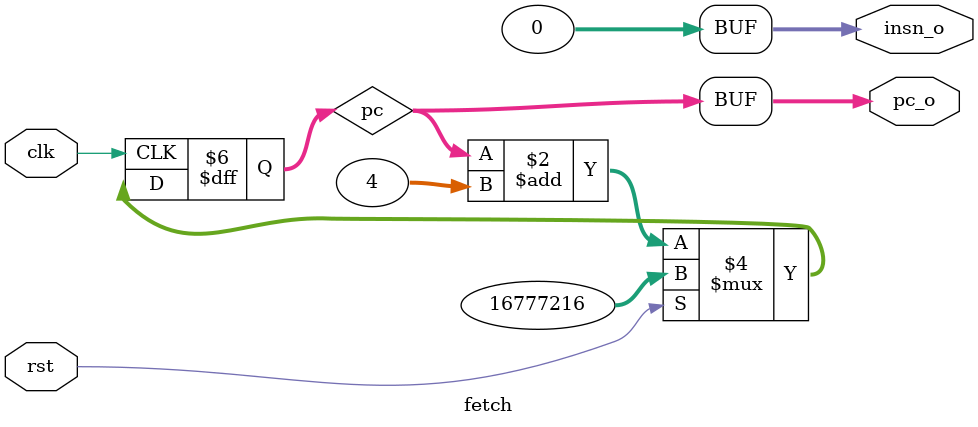
<source format=sv>
/*
 * Module: fetch
 *
 * Description: Fetch stage
 *
 * -------- REPLACE THIS FILE WITH THE MEMORY MODULE DEVELOPED IN PD1 -----------
 *
 * Inputs:
 * 1) clk
 * 2) rst signal
 *
 * Outputs:
 * 1) AWIDTH wide program counter pc_o
 * 2) DWIDTH wide instruction output insn_o
 */
module fetch #(
    parameter int DWIDTH=32,
    parameter int AWIDTH=32,
    parameter int BASEADDR=32'h01000000
    )(
	// inputs
	input logic clk,
	input logic rst,
	// outputs
	output logic [AWIDTH - 1:0] pc_o,
    output logic [DWIDTH - 1:0] insn_o
);
    /*
     * Process definitions to be filled by
     * student below...
     */

    logic [AWIDTH - 1:0] pc;

    always_ff @(posedge clk) begin
        if (rst) begin
            pc <= BASEADDR;
        end else begin
            pc <= pc + 32'd4;
        end
    end

	assign pc_o = pc;

    assign insn_o = 'd0;

endmodule : fetch


</source>
